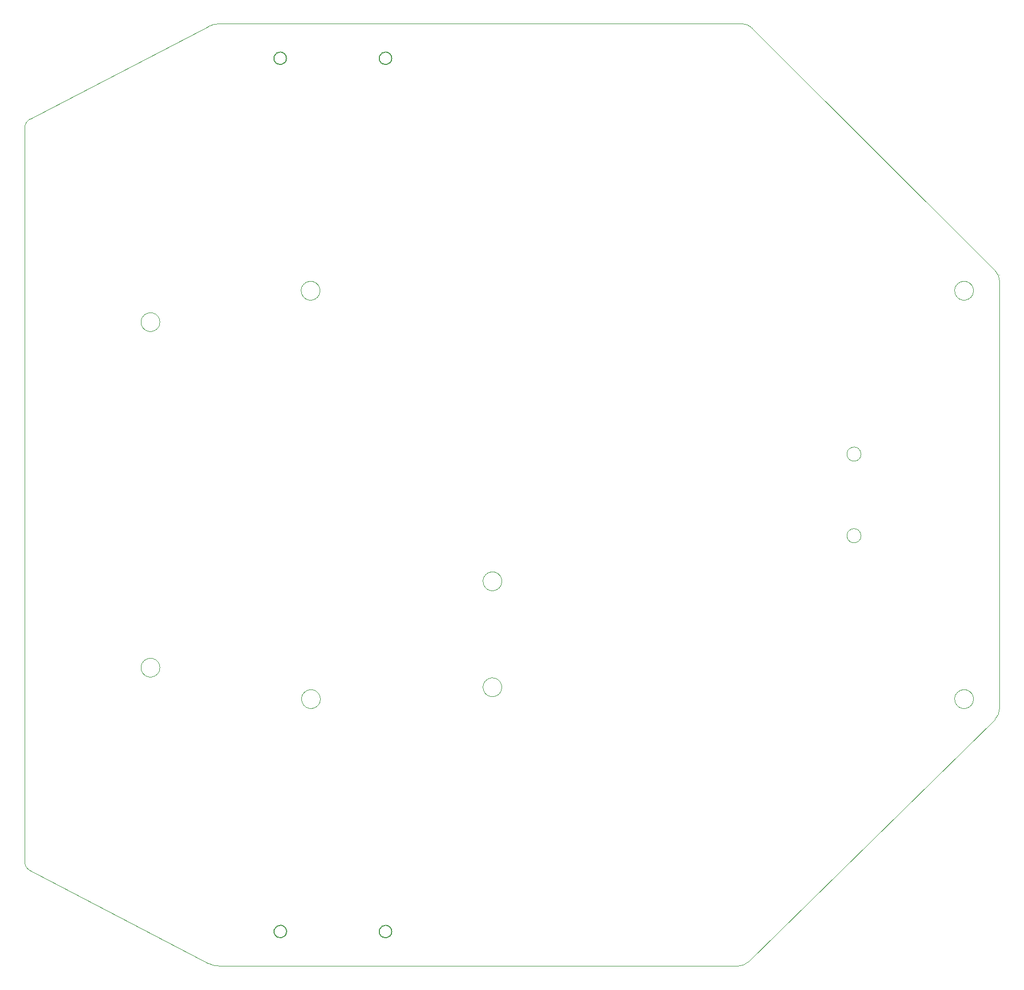
<source format=gbr>
%TF.GenerationSoftware,KiCad,Pcbnew,6.0.2+dfsg-1*%
%TF.CreationDate,2025-04-12T20:02:50+02:00*%
%TF.ProjectId,Placa base v1.0,506c6163-6120-4626-9173-652076312e30,rev?*%
%TF.SameCoordinates,Original*%
%TF.FileFunction,Profile,NP*%
%FSLAX46Y46*%
G04 Gerber Fmt 4.6, Leading zero omitted, Abs format (unit mm)*
G04 Created by KiCad (PCBNEW 6.0.2+dfsg-1) date 2025-04-12 20:02:50*
%MOMM*%
%LPD*%
G01*
G04 APERTURE LIST*
%TA.AperFunction,Profile*%
%ADD10C,0.100000*%
%TD*%
%TA.AperFunction,Profile*%
%ADD11C,0.150000*%
%TD*%
G04 APERTURE END LIST*
D10*
X183768999Y-71120000D02*
G75*
G03*
X183493508Y-70246044I-1524006J-3D01*
G01*
X147421600Y-179628800D02*
X187248800Y-140411200D01*
D11*
X72493420Y-174033580D02*
G75*
G03*
X72791000Y-174752000I-718420J-718421D01*
G01*
D10*
X165487330Y-97028000D02*
G75*
G03*
X165608000Y-97539165I-1022330J-511166D01*
G01*
X107568999Y-118109999D02*
G75*
G03*
X107293508Y-117236043I-1524006J-3D01*
G01*
X60062497Y-179874070D02*
G75*
G03*
X62001400Y-180340000I1938901J3801265D01*
G01*
X52323999Y-76199999D02*
G75*
G03*
X52048508Y-75326043I-1524006J-3D01*
G01*
X165487330Y-110232835D02*
G75*
G03*
X165608000Y-110744000I-1022330J-511166D01*
G01*
X165607999Y-97539165D02*
G75*
G03*
X165487329Y-97028000I-1143020J-5D01*
G01*
X78192642Y-71120001D02*
G75*
G03*
X77917151Y-70246045I-1524006J-3D01*
G01*
X30480000Y-44831000D02*
X30483913Y-163449000D01*
X60071000Y-28422600D02*
X31410465Y-43314041D01*
X187274200Y-67868800D02*
X148028209Y-28654191D01*
D11*
X72790999Y-174752000D02*
G75*
G03*
X72493420Y-174033580I-1015997J1D01*
G01*
D10*
X52048509Y-131206043D02*
G75*
G03*
X52324000Y-132079999I-1248509J-873957D01*
G01*
X187985400Y-69596000D02*
G75*
G03*
X187274200Y-67868800I-2428240J10160D01*
G01*
X107293509Y-134381043D02*
G75*
G03*
X107569000Y-135254999I-1248509J-873957D01*
G01*
X145694400Y-180344229D02*
G75*
G03*
X147421600Y-179628800I5J2442620D01*
G01*
X183493509Y-136286044D02*
G75*
G03*
X183769000Y-137160000I-1248509J-873957D01*
G01*
X146304000Y-27940000D02*
X62001400Y-27940000D01*
X62001400Y-180340000D02*
X145694400Y-180344229D01*
X52048509Y-75326043D02*
G75*
G03*
X52324000Y-76199999I-1248509J-873957D01*
G01*
X77981909Y-136286043D02*
G75*
G03*
X78257400Y-137159999I-1248509J-873957D01*
G01*
D11*
X89491420Y-32809580D02*
G75*
G03*
X89789000Y-33528000I-718420J-718421D01*
G01*
D10*
X107293509Y-117236043D02*
G75*
G03*
X107569000Y-118109999I-1248509J-873957D01*
G01*
D11*
X89491420Y-174033580D02*
G75*
G03*
X89789000Y-174752000I-718420J-718421D01*
G01*
D10*
X52323999Y-132079999D02*
G75*
G03*
X52048508Y-131206043I-1524006J-3D01*
G01*
D11*
X72770999Y-33528000D02*
G75*
G03*
X72473420Y-32809580I-1015997J1D01*
G01*
D10*
X31410465Y-43314041D02*
G75*
G03*
X30480000Y-44831000I771332J-1516957D01*
G01*
D11*
X89788999Y-33528000D02*
G75*
G03*
X89491420Y-32809580I-1015997J1D01*
G01*
X89788999Y-174752000D02*
G75*
G03*
X89491420Y-174033580I-1015997J1D01*
G01*
D10*
X187980000Y-68580000D02*
X187980000Y-68580000D01*
X187980000Y-68580000D02*
X187980000Y-68580000D01*
X30483913Y-163449000D02*
G75*
G03*
X31394400Y-164922199I1647085J-1D01*
G01*
X187985400Y-138684000D02*
X187985400Y-69596000D01*
X183768999Y-137160000D02*
G75*
G03*
X183493508Y-136286044I-1524006J-3D01*
G01*
X165607999Y-110744000D02*
G75*
G03*
X165487329Y-110232835I-1143020J-5D01*
G01*
D11*
X72473420Y-32809580D02*
G75*
G03*
X72771000Y-33528000I-718420J-718421D01*
G01*
D10*
X78257399Y-137159999D02*
G75*
G03*
X77981908Y-136286043I-1524006J-3D01*
G01*
X77917152Y-70246045D02*
G75*
G03*
X78192643Y-71120001I-1248509J-873957D01*
G01*
X148028209Y-28654191D02*
G75*
G03*
X146304000Y-27940000I-1724209J-1724207D01*
G01*
X187248800Y-140411200D02*
G75*
G03*
X187985400Y-138684000I-1656696J1727201D01*
G01*
X31394400Y-164922199D02*
X60062497Y-179874070D01*
X183493509Y-70246044D02*
G75*
G03*
X183769000Y-71120000I-1248509J-873957D01*
G01*
X62001400Y-27940000D02*
G75*
G03*
X60071000Y-28422600I18098J-4174494D01*
G01*
X107568999Y-135254999D02*
G75*
G03*
X107293508Y-134381043I-1524006J-3D01*
G01*
M02*

</source>
